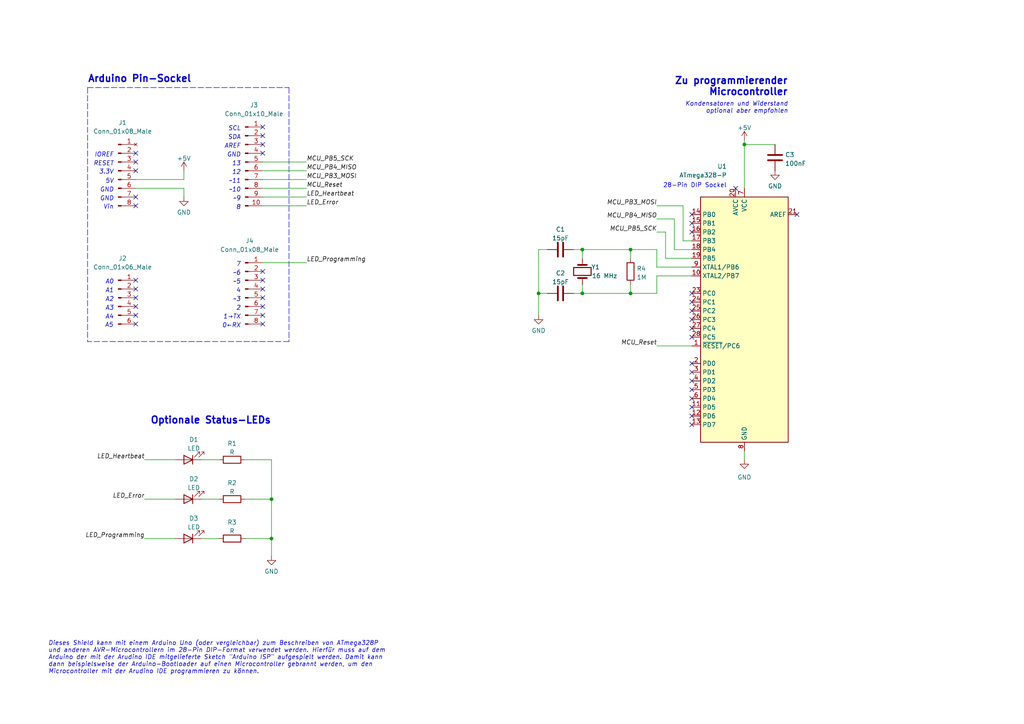
<source format=kicad_sch>
(kicad_sch (version 20211123) (generator eeschema)
  (paper "A4")
  (title_block (title "Arduino ISP Shield") (date "2023-09-21") (rev "1") (company "Dennis Schulmeister-Zimolong") (comment 1 "Beispiel für Wahlmodul IoT"))
  (lib_symbols
    (symbol "Conn_01x06_Male_1" (pin_names (offset 1.016) hide)
      (property "Reference" "J" (at 0 7.62 0))
      (property "Value" "Conn_01x06_Male_1" (at 0 -10.16 0))
      (symbol "Conn_01x06_Male_1_1_1"
        (polyline (pts (xy 1.27 -7.62) (xy 0.8636 -7.62)) (stroke (width 0.1524)))
        (polyline (pts (xy 1.27 -5.08) (xy 0.8636 -5.08)) (stroke (width 0.1524)))
        (polyline (pts (xy 1.27 -2.54) (xy 0.8636 -2.54)) (stroke (width 0.1524)))
        (polyline (pts (xy 1.27 0) (xy 0.8636 0)) (stroke (width 0.1524)))
        (polyline (pts (xy 1.27 2.54) (xy 0.8636 2.54)) (stroke (width 0.1524)))
        (polyline (pts (xy 1.27 5.08) (xy 0.8636 5.08)) (stroke (width 0.1524)))
        (rectangle (start 0.8636 -7.493) (end 0 -7.747) (stroke (width 0.1524)) (fill (type outline)))
        (rectangle (start 0.8636 -4.953) (end 0 -5.207) (stroke (width 0.1524)) (fill (type outline)))
        (rectangle (start 0.8636 -2.413) (end 0 -2.667) (stroke (width 0.1524)) (fill (type outline)))
        (rectangle (start 0.8636 0.127) (end 0 -0.127) (stroke (width 0.1524)) (fill (type outline)))
        (rectangle (start 0.8636 2.667) (end 0 2.413) (stroke (width 0.1524)) (fill (type outline)))
        (rectangle (start 0.8636 5.207) (end 0 4.953) (stroke (width 0.1524)) (fill (type outline)))
        (pin passive line (at 5.08 5.08 180) (length 3.81) (name "Pin_1") (number "1"))
        (pin passive line (at 5.08 2.54 180) (length 3.81) (name "Pin_2") (number "2"))
        (pin passive line (at 5.08 0 180) (length 3.81) (name "Pin_3") (number "3"))
        (pin passive line (at 5.08 -2.54 180) (length 3.81) (name "Pin_4") (number "4"))
        (pin passive line (at 5.08 -5.08 180) (length 3.81) (name "Pin_5") (number "5"))
        (pin passive line (at 5.08 -7.62 180) (length 3.81) (name "Pin_6") (number "6"))
      )
    )
    (symbol "Conn_01x08_Male_2" (pin_names (offset 1.016) hide)
      (property "Reference" "J?" (at 1.27 13.97 0))
      (property "Value" "Conn_01x08_Male" (at 1.27 11.43 0))
      (symbol "Conn_01x08_Male_2_1_1"
        (polyline (pts (xy 1.27 -10.16) (xy 0.8636 -10.16)) (stroke (width 0.1524)))
        (polyline (pts (xy 1.27 -7.62) (xy 0.8636 -7.62)) (stroke (width 0.1524)))
        (polyline (pts (xy 1.27 -5.08) (xy 0.8636 -5.08)) (stroke (width 0.1524)))
        (polyline (pts (xy 1.27 -2.54) (xy 0.8636 -2.54)) (stroke (width 0.1524)))
        (polyline (pts (xy 1.27 0) (xy 0.8636 0)) (stroke (width 0.1524)))
        (polyline (pts (xy 1.27 2.54) (xy 0.8636 2.54)) (stroke (width 0.1524)))
        (polyline (pts (xy 1.27 5.08) (xy 0.8636 5.08)) (stroke (width 0.1524)))
        (polyline (pts (xy 1.27 7.62) (xy 0.8636 7.62)) (stroke (width 0.1524)))
        (rectangle (start 0.8636 -10.033) (end 0 -10.287) (stroke (width 0.1524)) (fill (type outline)))
        (rectangle (start 0.8636 -7.493) (end 0 -7.747) (stroke (width 0.1524)) (fill (type outline)))
        (rectangle (start 0.8636 -4.953) (end 0 -5.207) (stroke (width 0.1524)) (fill (type outline)))
        (rectangle (start 0.8636 -2.413) (end 0 -2.667) (stroke (width 0.1524)) (fill (type outline)))
        (rectangle (start 0.8636 0.127) (end 0 -0.127) (stroke (width 0.1524)) (fill (type outline)))
        (rectangle (start 0.8636 2.667) (end 0 2.413) (stroke (width 0.1524)) (fill (type outline)))
        (rectangle (start 0.8636 5.207) (end 0 4.953) (stroke (width 0.1524)) (fill (type outline)))
        (rectangle (start 0.8636 7.747) (end 0 7.493) (stroke (width 0.1524)) (fill (type outline)))
        (pin no_connect line (at 5.08 7.62 180) (length 3.81) (name "Pin_1") (number "1"))
        (pin passive line (at 5.08 5.08 180) (length 3.81) (name "Pin_2") (number "2"))
        (pin passive line (at 5.08 2.54 180) (length 3.81) (name "Pin_3") (number "3"))
        (pin power_out line (at 5.08 0 180) (length 3.81) (name "Pin_4") (number "4"))
        (pin power_out line (at 5.08 -2.54 180) (length 3.81) (name "Pin_5") (number "5"))
        (pin power_out line (at 5.08 -5.08 180) (length 3.81) (name "Pin_6") (number "6"))
        (pin power_out line (at 5.08 -7.62 180) (length 3.81) (name "Pin_7") (number "7"))
        (pin power_in line (at 5.08 -10.16 180) (length 3.81) (name "Pin_8") (number "8"))
      )
    )
    (symbol "Conn_01x08_Male_3" (pin_names (offset 1.016) hide)
      (property "Reference" "J" (at 0 10.16 0))
      (property "Value" "Conn_01x08_Male_3" (at 0 -12.7 0))
      (symbol "Conn_01x08_Male_3_1_1"
        (polyline (pts (xy 1.27 -10.16) (xy 0.8636 -10.16)) (stroke (width 0.1524)))
        (polyline (pts (xy 1.27 -7.62) (xy 0.8636 -7.62)) (stroke (width 0.1524)))
        (polyline (pts (xy 1.27 -5.08) (xy 0.8636 -5.08)) (stroke (width 0.1524)))
        (polyline (pts (xy 1.27 -2.54) (xy 0.8636 -2.54)) (stroke (width 0.1524)))
        (polyline (pts (xy 1.27 0) (xy 0.8636 0)) (stroke (width 0.1524)))
        (polyline (pts (xy 1.27 2.54) (xy 0.8636 2.54)) (stroke (width 0.1524)))
        (polyline (pts (xy 1.27 5.08) (xy 0.8636 5.08)) (stroke (width 0.1524)))
        (polyline (pts (xy 1.27 7.62) (xy 0.8636 7.62)) (stroke (width 0.1524)))
        (rectangle (start 0.8636 -10.033) (end 0 -10.287) (stroke (width 0.1524)) (fill (type outline)))
        (rectangle (start 0.8636 -7.493) (end 0 -7.747) (stroke (width 0.1524)) (fill (type outline)))
        (rectangle (start 0.8636 -4.953) (end 0 -5.207) (stroke (width 0.1524)) (fill (type outline)))
        (rectangle (start 0.8636 -2.413) (end 0 -2.667) (stroke (width 0.1524)) (fill (type outline)))
        (rectangle (start 0.8636 0.127) (end 0 -0.127) (stroke (width 0.1524)) (fill (type outline)))
        (rectangle (start 0.8636 2.667) (end 0 2.413) (stroke (width 0.1524)) (fill (type outline)))
        (rectangle (start 0.8636 5.207) (end 0 4.953) (stroke (width 0.1524)) (fill (type outline)))
        (rectangle (start 0.8636 7.747) (end 0 7.493) (stroke (width 0.1524)) (fill (type outline)))
        (pin passive line (at 5.08 7.62 180) (length 3.81) (name "Pin_1") (number "1"))
        (pin passive line (at 5.08 5.08 180) (length 3.81) (name "Pin_2") (number "2"))
        (pin passive line (at 5.08 2.54 180) (length 3.81) (name "Pin_3") (number "3"))
        (pin passive line (at 5.08 0 180) (length 3.81) (name "Pin_4") (number "4"))
        (pin passive line (at 5.08 -2.54 180) (length 3.81) (name "Pin_5") (number "5"))
        (pin passive line (at 5.08 -5.08 180) (length 3.81) (name "Pin_6") (number "6"))
        (pin passive line (at 5.08 -7.62 180) (length 3.81) (name "Pin_7") (number "7"))
        (pin passive line (at 5.08 -10.16 180) (length 3.81) (name "Pin_8") (number "8"))
      )
    )
    (symbol "Conn_01x10_Male_1" (pin_names (offset 1.016) hide)
      (property "Reference" "J3" (at 2.54 16.51 0))
      (property "Value" "Conn_01x10_Male" (at 2.54 13.97 0))
      (symbol "Conn_01x10_Male_1_1_1"
        (polyline (pts (xy 1.27 -12.7) (xy 0.8636 -12.7)) (stroke (width 0.1524)))
        (polyline (pts (xy 1.27 -10.16) (xy 0.8636 -10.16)) (stroke (width 0.1524)))
        (polyline (pts (xy 1.27 -7.62) (xy 0.8636 -7.62)) (stroke (width 0.1524)))
        (polyline (pts (xy 1.27 -5.08) (xy 0.8636 -5.08)) (stroke (width 0.1524)))
        (polyline (pts (xy 1.27 -2.54) (xy 0.8636 -2.54)) (stroke (width 0.1524)))
        (polyline (pts (xy 1.27 0) (xy 0.8636 0)) (stroke (width 0.1524)))
        (polyline (pts (xy 1.27 2.54) (xy 0.8636 2.54)) (stroke (width 0.1524)))
        (polyline (pts (xy 1.27 5.08) (xy 0.8636 5.08)) (stroke (width 0.1524)))
        (polyline (pts (xy 1.27 7.62) (xy 0.8636 7.62)) (stroke (width 0.1524)))
        (polyline (pts (xy 1.27 10.16) (xy 0.8636 10.16)) (stroke (width 0.1524)))
        (rectangle (start 0.8636 -12.573) (end 0 -12.827) (stroke (width 0.1524)) (fill (type outline)))
        (rectangle (start 0.8636 -10.033) (end 0 -10.287) (stroke (width 0.1524)) (fill (type outline)))
        (rectangle (start 0.8636 -7.493) (end 0 -7.747) (stroke (width 0.1524)) (fill (type outline)))
        (rectangle (start 0.8636 -4.953) (end 0 -5.207) (stroke (width 0.1524)) (fill (type outline)))
        (rectangle (start 0.8636 -2.413) (end 0 -2.667) (stroke (width 0.1524)) (fill (type outline)))
        (rectangle (start 0.8636 0.127) (end 0 -0.127) (stroke (width 0.1524)) (fill (type outline)))
        (rectangle (start 0.8636 2.667) (end 0 2.413) (stroke (width 0.1524)) (fill (type outline)))
        (rectangle (start 0.8636 5.207) (end 0 4.953) (stroke (width 0.1524)) (fill (type outline)))
        (rectangle (start 0.8636 7.747) (end 0 7.493) (stroke (width 0.1524)) (fill (type outline)))
        (rectangle (start 0.8636 10.287) (end 0 10.033) (stroke (width 0.1524)) (fill (type outline)))
        (pin passive line (at 5.08 10.16 180) (length 3.81) (name "Pin_1") (number "1"))
        (pin passive line (at 5.08 -12.7 180) (length 3.81) (name "Pin_10") (number "10"))
        (pin passive line (at 5.08 7.62 180) (length 3.81) (name "Pin_2") (number "2"))
        (pin power_in line (at 5.08 5.08 180) (length 3.81) (name "Pin_3") (number "3"))
        (pin power_out line (at 5.08 2.54 180) (length 3.81) (name "Pin_4") (number "4"))
        (pin passive line (at 5.08 0 180) (length 3.81) (name "Pin_5") (number "5"))
        (pin passive line (at 5.08 -2.54 180) (length 3.81) (name "Pin_6") (number "6"))
        (pin passive line (at 5.08 -5.08 180) (length 3.81) (name "Pin_7") (number "7"))
        (pin passive line (at 5.08 -7.62 180) (length 3.81) (name "Pin_8") (number "8"))
        (pin passive line (at 5.08 -10.16 180) (length 3.81) (name "Pin_9") (number "9"))
      )
    )
    (symbol "Device:C" (pin_numbers hide) (pin_names (offset 0.254))
      (property "Reference" "C" (at 0.635 2.54 0))
      (property "Value" "C" (at 0.635 -2.54 0))
      (symbol "C_0_1"
        (polyline (pts (xy -2.032 -0.762) (xy 2.032 -0.762)) (stroke (width 0.508)))
        (polyline (pts (xy -2.032 0.762) (xy 2.032 0.762)) (stroke (width 0.508)))
      )
      (symbol "C_1_1"
        (pin passive line (at 0 3.81 270) (length 2.794) (name "~") (number "1"))
        (pin passive line (at 0 -3.81 90) (length 2.794) (name "~") (number "2"))
      )
    )
    (symbol "Device:Crystal" (pin_numbers hide) (pin_names (offset 1.016) hide)
      (property "Reference" "Y" (at 0 3.81 0))
      (property "Value" "Crystal" (at 0 -3.81 0))
      (symbol "Crystal_0_1"
        (rectangle (start -1.143 2.54) (end 1.143 -2.54) (stroke (width 0.3048)))
        (polyline (pts (xy -2.54 0) (xy -1.905 0)))
        (polyline (pts (xy -1.905 -1.27) (xy -1.905 1.27)) (stroke (width 0.508)))
        (polyline (pts (xy 1.905 -1.27) (xy 1.905 1.27)) (stroke (width 0.508)))
        (polyline (pts (xy 2.54 0) (xy 1.905 0)))
      )
      (symbol "Crystal_1_1"
        (pin passive line (at -3.81 0 0) (length 1.27) (name "1") (number "1"))
        (pin passive line (at 3.81 0 180) (length 1.27) (name "2") (number "2"))
      )
    )
    (symbol "Device:LED" (pin_numbers hide) (pin_names (offset 1.016) hide)
      (property "Reference" "D" (at 0 2.54 0))
      (property "Value" "LED" (at 0 -2.54 0))
      (symbol "LED_0_1"
        (polyline (pts (xy -1.27 -1.27) (xy -1.27 1.27)) (stroke (width 0.254)))
        (polyline (pts (xy -1.27 0) (xy 1.27 0)))
        (polyline (pts (xy 1.27 -1.27) (xy 1.27 1.27) (xy -1.27 0) (xy 1.27 -1.27)) (stroke (width 0.254)))
        (polyline (pts (xy -3.048 -0.762) (xy -4.572 -2.286) (xy -3.81 -2.286) (xy -4.572 -2.286) (xy -4.572 -1.524)))
        (polyline (pts (xy -1.778 -0.762) (xy -3.302 -2.286) (xy -2.54 -2.286) (xy -3.302 -2.286) (xy -3.302 -1.524)))
      )
      (symbol "LED_1_1"
        (pin passive line (at -3.81 0 0) (length 2.54) (name "K") (number "1"))
        (pin passive line (at 3.81 0 180) (length 2.54) (name "A") (number "2"))
      )
    )
    (symbol "Device:R" (pin_numbers hide) (pin_names (offset 0))
      (property "Reference" "R" (at 2.032 0 90))
      (property "Value" "R" (at 0 0 90))
      (symbol "R_0_1"
        (rectangle (start -1.016 -2.54) (end 1.016 2.54) (stroke (width 0.254)))
      )
      (symbol "R_1_1"
        (pin passive line (at 0 3.81 270) (length 1.27) (name "~") (number "1"))
        (pin passive line (at 0 -3.81 90) (length 1.27) (name "~") (number "2"))
      )
    )
    (symbol "MCU_Microchip_ATmega:ATmega328-P"
      (property "Reference" "U" (at -12.7 36.83 0))
      (property "Value" "ATmega328-P" (at 2.54 -36.83 0))
      (symbol "ATmega328-P_0_1"
        (rectangle (start -12.7 -35.56) (end 12.7 35.56) (stroke (width 0.254)) (fill (type background)))
      )
      (symbol "ATmega328-P_1_1"
        (pin bidirectional line (at 15.24 -7.62 180) (length 2.54) (name "~{RESET}/PC6") (number "1"))
        (pin bidirectional line (at 15.24 12.7 180) (length 2.54) (name "XTAL2/PB7") (number "10"))
        (pin bidirectional line (at 15.24 -25.4 180) (length 2.54) (name "PD5") (number "11"))
        (pin bidirectional line (at 15.24 -27.94 180) (length 2.54) (name "PD6") (number "12"))
        (pin bidirectional line (at 15.24 -30.48 180) (length 2.54) (name "PD7") (number "13"))
        (pin bidirectional line (at 15.24 30.48 180) (length 2.54) (name "PB0") (number "14"))
        (pin bidirectional line (at 15.24 27.94 180) (length 2.54) (name "PB1") (number "15"))
        (pin bidirectional line (at 15.24 25.4 180) (length 2.54) (name "PB2") (number "16"))
        (pin bidirectional line (at 15.24 22.86 180) (length 2.54) (name "PB3") (number "17"))
        (pin bidirectional line (at 15.24 20.32 180) (length 2.54) (name "PB4") (number "18"))
        (pin bidirectional line (at 15.24 17.78 180) (length 2.54) (name "PB5") (number "19"))
        (pin bidirectional line (at 15.24 -12.7 180) (length 2.54) (name "PD0") (number "2"))
        (pin power_in line (at 2.54 38.1 270) (length 2.54) (name "AVCC") (number "20"))
        (pin passive line (at -15.24 30.48 0) (length 2.54) (name "AREF") (number "21"))
        (pin passive line (at 0 -38.1 90) (length 2.54) hide (name "GND") (number "22"))
        (pin bidirectional line (at 15.24 7.62 180) (length 2.54) (name "PC0") (number "23"))
        (pin bidirectional line (at 15.24 5.08 180) (length 2.54) (name "PC1") (number "24"))
        (pin bidirectional line (at 15.24 2.54 180) (length 2.54) (name "PC2") (number "25"))
        (pin bidirectional line (at 15.24 0 180) (length 2.54) (name "PC3") (number "26"))
        (pin bidirectional line (at 15.24 -2.54 180) (length 2.54) (name "PC4") (number "27"))
        (pin bidirectional line (at 15.24 -5.08 180) (length 2.54) (name "PC5") (number "28"))
        (pin bidirectional line (at 15.24 -15.24 180) (length 2.54) (name "PD1") (number "3"))
        (pin bidirectional line (at 15.24 -17.78 180) (length 2.54) (name "PD2") (number "4"))
        (pin bidirectional line (at 15.24 -20.32 180) (length 2.54) (name "PD3") (number "5"))
        (pin bidirectional line (at 15.24 -22.86 180) (length 2.54) (name "PD4") (number "6"))
        (pin power_in line (at 0 38.1 270) (length 2.54) (name "VCC") (number "7"))
        (pin power_in line (at 0 -38.1 90) (length 2.54) (name "GND") (number "8"))
        (pin bidirectional line (at 15.24 15.24 180) (length 2.54) (name "XTAL1/PB6") (number "9"))
      )
    )
    (symbol "power:+5V" (power) (pin_names (offset 0))
      (property "Value" "+5V" (at 0 3.556 0))
      (symbol "+5V_0_1"
        (polyline (pts (xy -0.762 1.27) (xy 0 2.54)))
        (polyline (pts (xy 0 0) (xy 0 2.54)))
        (polyline (pts (xy 0 2.54) (xy 0.762 1.27)))
      )
      (symbol "+5V_1_1"
        (pin power_in line (at 0 0 90) (length 0) hide (name "+5V") (number "1"))
      )
    )
    (symbol "power:GND" (power) (pin_names (offset 0))
      (property "Value" "GND" (at 0 -3.81 0))
      (symbol "GND_0_1"
        (polyline (pts (xy 0 0) (xy 0 -1.27) (xy 1.27 -1.27) (xy 0 -2.54) (xy -1.27 -1.27) (xy 0 -1.27)))
      )
      (symbol "GND_1_1"
        (pin power_in line (at 0 0 270) (length 0) hide (name "GND") (number "1"))
      )
    )
  )
  (junction (at 78.74 156.21))
  (junction (at 168.91 72.39))
  (junction (at 156.21 85.09))
  (junction (at 182.88 72.39))
  (junction (at 215.9 41.91))
  (junction (at 168.91 85.09))
  (junction (at 182.88 85.09))
  (junction (at 78.74 144.78))
  (no_connect (at 76.2 88.9))
  (no_connect (at 39.37 88.9))
  (no_connect (at 200.66 90.17))
  (no_connect (at 200.66 105.41))
  (no_connect (at 213.36 54.61))
  (no_connect (at 200.66 120.65))
  (no_connect (at 200.66 107.95))
  (no_connect (at 200.66 118.11))
  (no_connect (at 76.2 83.82))
  (no_connect (at 39.37 44.45))
  (no_connect (at 76.2 86.36))
  (no_connect (at 200.66 87.63))
  (no_connect (at 39.37 81.28))
  (no_connect (at 76.2 91.44))
  (no_connect (at 76.2 39.37))
  (no_connect (at 200.66 67.31))
  (no_connect (at 39.37 91.44))
  (no_connect (at 200.66 110.49))
  (no_connect (at 39.37 57.15))
  (no_connect (at 200.66 95.25))
  (no_connect (at 76.2 81.28))
  (no_connect (at 76.2 93.98))
  (no_connect (at 231.14 62.23))
  (no_connect (at 200.66 97.79))
  (no_connect (at 200.66 85.09))
  (no_connect (at 200.66 64.77))
  (no_connect (at 39.37 46.99))
  (no_connect (at 200.66 92.71))
  (no_connect (at 76.2 41.91))
  (no_connect (at 200.66 123.19))
  (no_connect (at 39.37 59.69))
  (no_connect (at 39.37 49.53))
  (no_connect (at 76.2 36.83))
  (no_connect (at 39.37 86.36))
  (no_connect (at 76.2 44.45))
  (no_connect (at 39.37 93.98))
  (no_connect (at 200.66 115.57))
  (no_connect (at 39.37 83.82))
  (no_connect (at 200.66 62.23))
  (no_connect (at 200.66 113.03))
  (no_connect (at 76.2 78.74))
  (wire (pts (xy 182.88 72.39) (xy 182.88 74.93)))
  (wire (pts (xy 190.5 72.39) (xy 182.88 72.39)))
  (wire (pts (xy 182.88 72.39) (xy 168.91 72.39)))
  (wire (pts (xy 78.74 156.21) (xy 78.74 161.29)))
  (wire (pts (xy 215.9 40.64) (xy 215.9 41.91)))
  (wire (pts (xy 41.91 133.35) (xy 50.8 133.35)))
  (wire (pts (xy 190.5 63.5) (xy 195.58 63.5)))
  (wire (pts (xy 76.2 57.15) (xy 88.9 57.15)))
  (wire (pts (xy 166.37 72.39) (xy 168.91 72.39)))
  (wire (pts (xy 41.91 156.21) (xy 50.8 156.21)))
  (polyline (pts (xy 83.82 99.06) (xy 25.4 99.06)))
  (wire (pts (xy 215.9 41.91) (xy 224.79 41.91)))
  (wire (pts (xy 76.2 46.99) (xy 88.9 46.99)))
  (wire (pts (xy 76.2 54.61) (xy 88.9 54.61)))
  (wire (pts (xy 193.04 74.93) (xy 193.04 67.31)))
  (wire (pts (xy 182.88 85.09) (xy 168.91 85.09)))
  (wire (pts (xy 58.42 156.21) (xy 63.5 156.21)))
  (wire (pts (xy 76.2 49.53) (xy 88.9 49.53)))
  (wire (pts (xy 71.12 156.21) (xy 78.74 156.21)))
  (wire (pts (xy 190.5 59.69) (xy 198.12 59.69)))
  (wire (pts (xy 53.34 52.07) (xy 53.34 49.53)))
  (wire (pts (xy 198.12 69.85) (xy 200.66 69.85)))
  (wire (pts (xy 195.58 72.39) (xy 200.66 72.39)))
  (wire (pts (xy 190.5 77.47) (xy 190.5 72.39)))
  (wire (pts (xy 190.5 80.01) (xy 190.5 85.09)))
  (wire (pts (xy 156.21 85.09) (xy 156.21 91.44)))
  (polyline (pts (xy 83.82 25.4) (xy 83.82 99.06)))
  (wire (pts (xy 200.66 77.47) (xy 190.5 77.47)))
  (wire (pts (xy 71.12 144.78) (xy 78.74 144.78)))
  (wire (pts (xy 193.04 67.31) (xy 190.5 67.31)))
  (wire (pts (xy 53.34 54.61) (xy 53.34 57.15)))
  (wire (pts (xy 71.12 133.35) (xy 78.74 133.35)))
  (wire (pts (xy 200.66 74.93) (xy 193.04 74.93)))
  (wire (pts (xy 156.21 85.09) (xy 158.75 85.09)))
  (wire (pts (xy 58.42 133.35) (xy 63.5 133.35)))
  (wire (pts (xy 215.9 41.91) (xy 215.9 54.61)))
  (wire (pts (xy 156.21 72.39) (xy 156.21 85.09)))
  (wire (pts (xy 190.5 85.09) (xy 182.88 85.09)))
  (wire (pts (xy 39.37 52.07) (xy 53.34 52.07)))
  (wire (pts (xy 200.66 100.33) (xy 190.5 100.33)))
  (polyline (pts (xy 25.4 25.4) (xy 83.82 25.4)))
  (wire (pts (xy 168.91 72.39) (xy 168.91 74.93)))
  (wire (pts (xy 158.75 72.39) (xy 156.21 72.39)))
  (wire (pts (xy 182.88 82.55) (xy 182.88 85.09)))
  (wire (pts (xy 76.2 52.07) (xy 88.9 52.07)))
  (wire (pts (xy 168.91 85.09) (xy 168.91 82.55)))
  (wire (pts (xy 200.66 80.01) (xy 190.5 80.01)))
  (wire (pts (xy 195.58 63.5) (xy 195.58 72.39)))
  (wire (pts (xy 76.2 59.69) (xy 88.9 59.69)))
  (wire (pts (xy 39.37 54.61) (xy 53.34 54.61)))
  (wire (pts (xy 41.91 144.78) (xy 50.8 144.78)))
  (wire (pts (xy 58.42 144.78) (xy 63.5 144.78)))
  (wire (pts (xy 215.9 130.81) (xy 215.9 133.35)))
  (wire (pts (xy 78.74 133.35) (xy 78.74 144.78)))
  (wire (pts (xy 76.2 76.2) (xy 88.9 76.2)))
  (polyline (pts (xy 25.4 25.4) (xy 25.4 99.06)))
  (wire (pts (xy 198.12 59.69) (xy 198.12 69.85)))
  (wire (pts (xy 168.91 85.09) (xy 166.37 85.09)))
  (wire (pts (xy 78.74 144.78) (xy 78.74 156.21)))
  (text "SCL" (at 69.85 38.1 180) (effects (font (size 1.27 1.27) italic) (justify right bottom)))
  (text "A5" (at 32.8946 95.1171 180) (effects (font (size 1.27 1.27) italic) (justify right bottom)))
  (text "~6" (at 69.85 80.01 180) (effects (font (size 1.27 1.27) italic) (justify right bottom)))
  (text "5V" (at 33.02 53.34 180) (effects (font (size 1.27 1.27) italic) (justify right bottom)))
  (text "~3" (at 69.85 87.63 180) (effects (font (size 1.27 1.27) italic) (justify right bottom)))
  (text "Kondensatoren und Widerstand\noptional aber empfohlen" (at 228.6 33.02 180) (effects (font (size 1.27 1.27) italic) (justify right bottom)))
  (text "7" (at 69.85 77.47 180) (effects (font (size 1.27 1.27) italic) (justify right bottom)))
  (text "A4" (at 33.02 92.71 180) (effects (font (size 1.27 1.27) italic) (justify right bottom)))
  (text "Vin" (at 32.9736 60.8481 180) (effects (font (size 1.27 1.27) italic) (justify right bottom)))
  (text "A3" (at 33.02 90.17 180) (effects (font (size 1.27 1.27) italic) (justify right bottom)))
  (text "Dieses Shield kann mit einem Arduino Uno (oder vergleichbar) zum Beschreiben von ATmega328P\nund anderen AVR-Microcontrollern im 28-Pin DIP-Format verwendet werden. Hierfür muss auf dem\nArduino der mit der Arudino IDE mitgelieferte Sketch \"Arduino ISP\" aufgespielt werden. Damit kann\ndann beispielsweise der Arduino-Bootloader auf einen Microcontroller gebrannt werden, um den\nMicrocontroller mit der Arudino IDE programmieren zu können." (at 13.97 195.58 0) (effects (font (size 1.27 1.27) italic) (justify left bottom)))
  (text "Arduino Pin-Sockel" (at 25.4 24.13 0) (effects (font (size 2 2) (thickness 0.4) bold) (justify left bottom)))
  (text "SDA" (at 69.85 40.64 180) (effects (font (size 1.27 1.27) italic) (justify right bottom)))
  (text "2" (at 69.85 90.17 180) (effects (font (size 1.27 1.27) italic) (justify right bottom)))
  (text "0←RX" (at 69.85 95.25 180) (effects (font (size 1.27 1.27) italic) (justify right bottom)))
  (text "~5" (at 69.85 82.55 180) (effects (font (size 1.27 1.27) italic) (justify right bottom)))
  (text "A0" (at 33.02 82.55 180) (effects (font (size 1.27 1.27) italic) (justify right bottom)))
  (text "GND" (at 69.85 45.72 180) (effects (font (size 1.27 1.27) italic) (justify right bottom)))
  (text "13" (at 69.85 48.26 180) (effects (font (size 1.27 1.27) italic) (justify right bottom)))
  (text "AREF" (at 69.85 43.18 180) (effects (font (size 1.27 1.27) italic) (justify right bottom)))
  (text "Optionale Status-LEDs" (at 78.74 123.19 180) (effects (font (size 2 2) bold) (justify right bottom)))
  (text "Zu programmierender\nMicrocontroller" (at 228.6 27.94 180) (effects (font (size 2 2) bold) (justify right bottom)))
  (text "GND" (at 33.02 55.88 180) (effects (font (size 1.27 1.27) italic) (justify right bottom)))
  (text "28-Pin DIP Sockel" (at 210.82 54.61 180) (effects (font (size 1.27 1.27)) (justify right bottom)))
  (text "~10" (at 69.85 55.88 180) (effects (font (size 1.27 1.27) italic) (justify right bottom)))
  (text "IOREF" (at 33.02 45.72 180) (effects (font (size 1.27 1.27) italic) (justify right bottom)))
  (text "A2" (at 33.02 87.63 180) (effects (font (size 1.27 1.27) italic) (justify right bottom)))
  (text "3.3V" (at 32.9736 50.6788 180) (effects (font (size 1.27 1.27) italic) (justify right bottom)))
  (text "4" (at 69.85 85.09 180) (effects (font (size 1.27 1.27) italic) (justify right bottom)))
  (text "~11" (at 69.85 53.34 180) (effects (font (size 1.27 1.27) italic) (justify right bottom)))
  (text "A1" (at 33.02 85.09 180) (effects (font (size 1.27 1.27) italic) (justify right bottom)))
  (text "12" (at 69.85 50.8 180) (effects (font (size 1.27 1.27) italic) (justify right bottom)))
  (text "RESET" (at 33.02 48.26 180) (effects (font (size 1.27 1.27) italic) (justify right bottom)))
  (text "GND" (at 33.02 58.42 180) (effects (font (size 1.27 1.27) italic) (justify right bottom)))
  (text "1→TX" (at 69.85 92.71 180) (effects (font (size 1.27 1.27) italic) (justify right bottom)))
  (text "~9" (at 69.85 58.42 180) (effects (font (size 1.27 1.27) italic) (justify right bottom)))
  (text "8" (at 69.85 60.96 180) (effects (font (size 1.27 1.27) italic) (justify right bottom)))
  (label "MCU_PB3_MOSI" (at 190.5 59.69 180) (effects (font italic)))
  (label "MCU_PB5_SCK" (at 190.5 67.31 180) (effects (font italic)))
  (label "LED_Heartbeat" (at 41.91 133.35 180) (effects (font italic)))
  (label "MCU_PB5_SCK" (at 88.9 46.99 0) (effects (font italic)))
  (label "LED_Heartbeat" (at 88.9 57.15 0) (effects (font italic)))
  (label "MCU_PB4_MISO" (at 88.9 49.53 0) (effects (font italic)))
  (label "MCU_PB4_MISO" (at 190.5 63.5 180) (effects (font italic)))
  (label "MCU_Reset" (at 190.5 100.33 180) (effects (font italic)))
  (label "LED_Programming" (at 41.91 156.21 180) (effects (font italic)))
  (label "LED_Programming" (at 88.9 76.2 0) (effects (font italic)))
  (label "LED_Error" (at 88.9 59.69 0) (effects (font italic)))
  (label "LED_Error" (at 41.91 144.78 180) (effects (font italic)))
  (label "MCU_PB3_MOSI" (at 88.9 52.07 0) (effects (font italic)))
  (label "MCU_Reset" (at 88.9 54.61 0) (effects (font italic)))
  (symbol (lib_id "MCU_Microchip_ATmega:ATmega328-P") (at 215.9 92.71 0) (mirror y) (unit 1)
    (property "Reference" "U1" (at 210.82 48.26 0) (effects (justify left)))
    (property "Value" "ATmega328-P" (at 210.82 50.8 0) (effects (justify left)))
    (property "Footprint" "Package_DIP:DIP-28_W7.62mm" (effects hide))
    (property "Datasheet" "http://ww1.microchip.com/downloads/en/DeviceDoc/ATmega328_P%20AVR%20MCU%20with%20picoPower%20Technology%20Data%20Sheet%2040001984A.pdf" (effects hide))
  )
  (symbol (lib_id "Device:C") (at 224.79 45.72 0) (unit 1)
    (property "Reference" "C3" (at 227.711 44.8853 0) (effects (justify left)))
    (property "Value" "100nF" (at 227.711 47.4222 0) (effects (justify left)))
    (property "Footprint" "Capacitor_THT:C_Disc_D5.0mm_W2.5mm_P5.00mm" (effects hide))
  )
  (symbol (lib_name "Conn_01x08_Male_3") (lib_id "Connector:Conn_01x08_Male") (at 71.12 83.82 0) (unit 1)
    (property "Reference" "J4" (at 72.39 69.85 0))
    (property "Value" "Conn_01x08_Male" (at 72.39 72.39 0))
    (property "Footprint" "Connector_PinHeader_2.54mm:PinHeader_1x08_P2.54mm_Vertical" (effects hide))
  )
  (symbol (lib_id "Device:LED") (at 54.61 156.21 180) (unit 1)
    (property "Reference" "D3" (at 56.1975 150.3512 0))
    (property "Value" "LED" (at 56.1975 152.8881 0))
    (property "Footprint" "LED_THT:LED_D5.0mm" (effects hide))
  )
  (symbol (lib_id "power:+5V") (at 53.34 49.53 0) (unit 1)
    (property "Reference" "#PWR01" (effects hide))
    (property "Value" "+5V" (at 53.34 45.9542 0))
  )
  (symbol (lib_id "power:GND") (at 215.9 133.35 0) (mirror y) (unit 1)
    (property "Reference" "#PWR06" (effects hide))
    (property "Value" "GND" (at 215.9 138.43 0))
  )
  (symbol (lib_name "Conn_01x10_Male_1") (lib_id "Connector:Conn_01x10_Male") (at 71.12 46.99 0) (unit 1)
    (property "Reference" "J3" (at 73.66 30.48 0))
    (property "Value" "Conn_01x10_Male" (at 73.66 33.02 0))
    (property "Footprint" "Connector_PinHeader_2.54mm:PinHeader_1x10_P2.54mm_Vertical" (effects hide))
  )
  (symbol (lib_id "Device:R") (at 67.31 144.78 90) (mirror x) (unit 1)
    (property "Reference" "R2" (at 67.31 140.0642 90))
    (property "Value" "R" (at 67.31 142.6011 90))
    (property "Footprint" "Resistor_THT:R_Axial_DIN0207_L6.3mm_D2.5mm_P7.62mm_Horizontal" (effects hide))
  )
  (symbol (lib_id "Device:Crystal") (at 168.91 78.74 90) (mirror x) (unit 1)
    (property "Reference" "Y1" (at 173.99 77.47 90) (effects (justify left)))
    (property "Value" "16 MHz" (at 179.07 80.01 90) (effects (justify left)))
    (property "Footprint" "Crystal:Resonator-2Pin_W8.0mm_H3.5mm" (effects hide))
  )
  (symbol (lib_id "Device:C") (at 162.56 85.09 90) (mirror x) (unit 1)
    (property "Reference" "C2" (at 162.56 79.2312 90))
    (property "Value" "15pF" (at 162.56 81.7681 90))
    (property "Footprint" "Capacitor_THT:C_Disc_D5.0mm_W2.5mm_P5.00mm" (effects hide))
  )
  (symbol (lib_id "Device:R") (at 67.31 156.21 270) (mirror x) (unit 1)
    (property "Reference" "R3" (at 67.31 151.4942 90))
    (property "Value" "R" (at 67.31 154.0311 90))
    (property "Footprint" "Resistor_THT:R_Axial_DIN0207_L6.3mm_D2.5mm_P7.62mm_Horizontal" (effects hide))
  )
  (symbol (lib_id "Device:LED") (at 54.61 133.35 180) (unit 1)
    (property "Reference" "D1" (at 56.1975 127.4912 0))
    (property "Value" "LED" (at 56.1975 130.0281 0))
    (property "Footprint" "LED_THT:LED_D5.0mm" (effects hide))
  )
  (symbol (lib_name "Conn_01x06_Male_1") (lib_id "Connector:Conn_01x06_Male") (at 34.29 86.36 0) (unit 1)
    (property "Reference" "J2" (at 35.56 74.93 0))
    (property "Value" "Conn_01x06_Male" (at 35.56 77.47 0))
    (property "Footprint" "Connector_PinHeader_2.54mm:PinHeader_1x06_P2.54mm_Vertical" (effects hide))
  )
  (symbol (lib_id "Device:LED") (at 54.61 144.78 180) (unit 1)
    (property "Reference" "D2" (at 56.1975 138.9212 0))
    (property "Value" "LED" (at 56.1975 141.4581 0))
    (property "Footprint" "LED_THT:LED_D5.0mm" (effects hide))
  )
  (symbol (lib_name "Conn_01x08_Male_2") (lib_id "Connector:Conn_01x08_Male") (at 34.29 49.53 0) (unit 1)
    (property "Reference" "J1" (at 35.56 35.56 0))
    (property "Value" "Conn_01x08_Male" (at 35.56 38.1 0))
    (property "Footprint" "Connector_PinHeader_2.54mm:PinHeader_1x08_P2.54mm_Vertical" (effects hide))
  )
  (symbol (lib_id "power:GND") (at 53.34 57.15 0) (unit 1)
    (property "Reference" "#PWR02" (effects hide))
    (property "Value" "GND" (at 53.34 61.5934 0))
  )
  (symbol (lib_id "Device:C") (at 162.56 72.39 90) (mirror x) (unit 1)
    (property "Reference" "C1" (at 162.56 66.5312 90))
    (property "Value" "15pF" (at 162.56 69.0681 90))
    (property "Footprint" "Capacitor_THT:C_Disc_D5.0mm_W2.5mm_P5.00mm" (effects hide))
  )
  (symbol (lib_id "Device:R") (at 67.31 133.35 270) (mirror x) (unit 1)
    (property "Reference" "R1" (at 67.31 128.6342 90))
    (property "Value" "R" (at 67.31 131.1711 90))
    (property "Footprint" "Resistor_THT:R_Axial_DIN0207_L6.3mm_D2.5mm_P7.62mm_Horizontal" (effects hide))
  )
  (symbol (lib_id "power:GND") (at 156.21 91.44 0) (mirror y) (unit 1)
    (property "Reference" "#PWR04" (effects hide))
    (property "Value" "GND" (at 156.21 95.8834 0))
  )
  (symbol (lib_id "power:GND") (at 224.79 49.53 0) (unit 1)
    (property "Reference" "#PWR07" (effects hide))
    (property "Value" "GND" (at 224.79 53.9734 0))
  )
  (symbol (lib_id "power:GND") (at 78.74 161.29 0) (unit 1)
    (property "Reference" "#PWR03" (effects hide))
    (property "Value" "GND" (at 78.74 165.7334 0))
  )
  (symbol (lib_id "power:+5V") (at 215.9 40.64 0) (mirror y) (unit 1)
    (property "Reference" "#PWR05" (effects hide))
    (property "Value" "+5V" (at 215.9 37.0642 0))
  )
  (symbol (lib_id "Device:R") (at 182.88 78.74 0) (unit 1)
    (property "Reference" "R4" (at 184.658 77.9053 0) (effects (justify left)))
    (property "Value" "1M" (at 184.658 80.4422 0) (effects (justify left)))
    (property "Footprint" "Resistor_THT:R_Axial_DIN0207_L6.3mm_D2.5mm_P7.62mm_Horizontal" (effects hide))
  )
)
</source>
